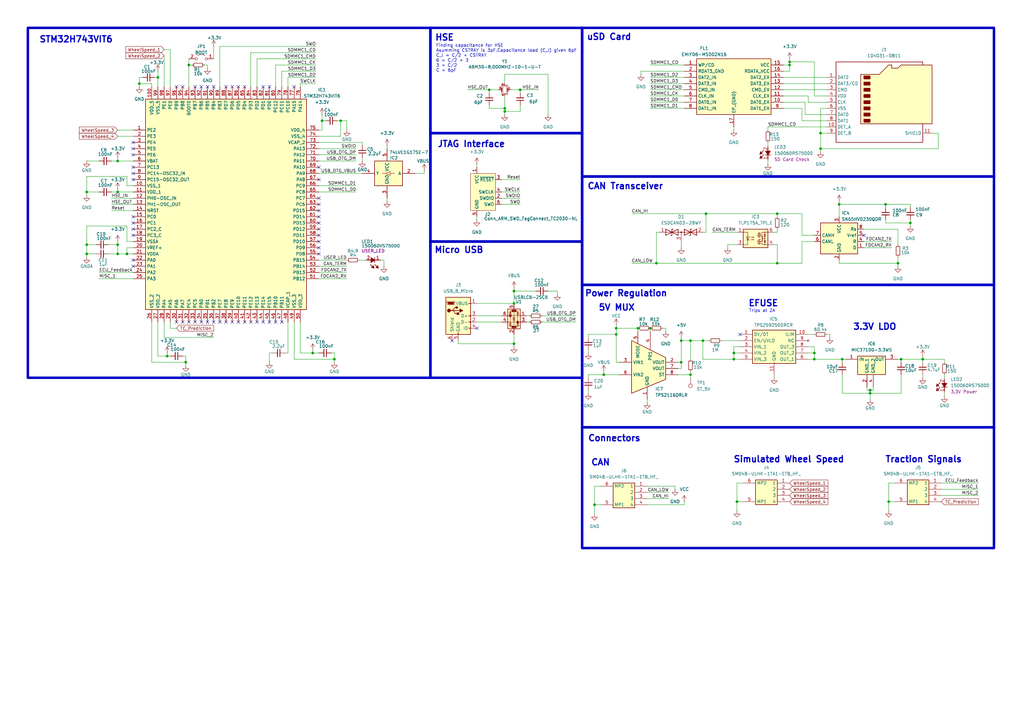
<source format=kicad_sch>
(kicad_sch (version 20250114) (generator "eeschema") (generator_version "9.0")
  (paper "A3")
  (title_block (title "SDM26 Nondimensional Traction Controll Module") (rev "V1.0"))
  (rectangle (start 176.53 54.61) (end 238.76 99.06) (stroke (width 1.016)))
  (rectangle (start 176.53 99.06) (end 238.76 154.94) (stroke (width 1.016)))
  (rectangle (start 11.43 11.43) (end 176.53 154.94) (stroke (width 1.016)))
  (rectangle (start 238.76 72.39) (end 407.67 116.84) (stroke (width 1.016)))
  (rectangle (start 238.76 11.43) (end 407.67 72.39) (stroke (width 1.016)))
  (rectangle (start 238.76 116.84) (end 407.67 175.26) (stroke (width 1.016)))
  (rectangle (start 238.76 175.26) (end 407.67 224.79) (stroke (width 1.016)))
  (rectangle (start 176.53 11.43) (end 238.76 54.61) (stroke (width 1.016)))
  (text "HSE" (at 178.308 17.018 0) (effects (font (size 2.54 2.54) (thickness 0.512) (bold yes)) (justify left bottom)))
  (text "Power Regulation" (at 239.776 121.92 0) (effects (font (size 2.54 2.54) (thickness 0.512) (bold yes)) (justify left bottom)))
  (text "Traction Signals" (at 362.966 189.992 0) (effects (font (size 2.54 2.54) (thickness 0.512) (bold yes)) (justify left bottom)))
  (text "EFUSE" (at 306.832 125.984 0) (effects (font (size 2.54 2.54) (thickness 0.512) (bold yes)) (justify left bottom)))
  (text "Simulated Wheel Speed" (at 300.736 189.992 0) (effects (font (size 2.54 2.54) (thickness 0.512) (bold yes)) (justify left bottom)))
  (text "STM32H743VIT6" (at 16.002 17.78 0) (effects (font (size 2.54 2.54) (thickness 0.512) (bold yes)) (justify left bottom)))
  (text "uSD Card" (at 240.538 16.764 0) (effects (font (size 2.54 2.54) (thickness 0.512) (bold yes)) (justify left bottom)))
  (text "CAN" (at 242.316 191.262 0) (effects (font (size 2.54 2.54) (thickness 0.512) (bold yes)) (justify left bottom)))
  (text "Trips at 2A" (at 318.008 128.27 0) (effects (font (size 1.27 1.27)) (justify right bottom)))
  (text "CAN Transceiver" (at 240.792 77.978 0) (effects (font (size 2.54 2.54) (thickness 0.512) (bold yes)) (justify left bottom)))
  (text "JTAG Interface" (at 179.324 60.706 0) (effects (font (size 2.54 2.54) (thickness 0.512) (bold yes)) (justify left bottom)))
  (text "3.3V LDO" (at 349.758 135.636 0) (effects (font (size 2.54 2.54) (thickness 0.512) (bold yes)) (justify left bottom)))
  (text "5V MUX" (at 245.364 127.762 0) (effects (font (size 2.54 2.54) (thickness 0.512) (bold yes)) (justify left bottom)))
  (text "Finding capacitance for HSE \nAsumming CSTRAY is 3pF,Capacitance load (C_l) given 6pF\nC_l = C/2 + CSTRAY\n6 = C/2 + 3\n3 = C/2\nC = 6pF" (at 178.816 18.034 0) (effects (font (size 1.27 1.27)) (justify left top)))
  (text "Connectors" (at 241.046 181.356 0) (effects (font (size 2.54 2.54) (thickness 0.512) (bold yes)) (justify left bottom)))
  (text "Micro USB" (at 178.054 104.14 0) (effects (font (size 2.54 2.54) (thickness 0.512) (bold yes)) (justify left bottom)))
  (junction (at 132.08 49.53))
  (junction (at 137.16 147.32))
  (junction (at 356.87 160.02))
  (junction (at 64.77 31.75))
  (junction (at 300.99 144.78))
  (junction (at 368.3 107.95))
  (junction (at 364.49 205.74))
  (junction (at 369.57 147.32))
  (junction (at 279.4 148.59))
  (junction (at 336.55 60.96))
  (junction (at 345.44 147.32))
  (junction (at 213.36 36.83))
  (junction (at 76.2 148.59))
  (junction (at 139.7 49.53))
  (junction (at 77.47 26.67))
  (junction (at 128.27 144.78))
  (junction (at 35.56 78.74))
  (junction (at 283.21 139.7))
  (junction (at 48.26 66.04))
  (junction (at 252.73 137.16))
  (junction (at 57.15 34.29))
  (junction (at 302.26 205.74))
  (junction (at 334.01 144.78))
  (junction (at 35.56 100.33))
  (junction (at 48.26 78.74))
  (junction (at 373.38 91.44))
  (junction (at 252.73 134.62))
  (junction (at 207.01 45.72))
  (junction (at 318.77 107.95))
  (junction (at 300.99 147.32))
  (junction (at 344.17 83.82))
  (junction (at 68.58 146.05))
  (junction (at 318.77 87.63))
  (junction (at 334.01 147.32))
  (junction (at 200.66 36.83))
  (junction (at 279.4 139.7))
  (junction (at 289.56 87.63))
  (junction (at 35.56 104.14))
  (junction (at 269.24 107.95))
  (junction (at 247.65 153.67))
  (junction (at 210.82 124.46))
  (junction (at 266.7 134.62))
  (junction (at 283.21 153.67))
  (junction (at 210.82 119.38))
  (junction (at 48.26 104.14))
  (junction (at 52.07 104.14))
  (junction (at 48.26 100.33))
  (junction (at 378.46 147.32))
  (junction (at 336.55 54.61))
  (junction (at 363.22 83.82))
  (junction (at 207.01 44.45))
  (junction (at 356.87 161.29))
  (junction (at 323.85 26.67))
  (junction (at 288.29 139.7))
  (junction (at 210.82 140.97))
  (junction (at 243.84 207.01))
  (junction (at 261.62 134.62))
  (junction (at 323.85 25.4))
  (no_connect (at 92.71 132.08))
  (no_connect (at 87.63 35.56))
  (no_connect (at 130.81 104.14))
  (no_connect (at 54.61 96.52))
  (no_connect (at 100.33 35.56))
  (no_connect (at 130.81 81.28))
  (no_connect (at 130.81 88.9))
  (no_connect (at 54.61 88.9))
  (no_connect (at 130.81 96.52))
  (no_connect (at 72.39 35.56))
  (no_connect (at 54.61 73.66))
  (no_connect (at 54.61 71.12))
  (no_connect (at 110.49 132.08))
  (no_connect (at 100.33 132.08))
  (no_connect (at 102.87 132.08))
  (no_connect (at 54.61 60.96))
  (no_connect (at 130.81 99.06))
  (no_connect (at 303.53 137.16))
  (no_connect (at 110.49 35.56))
  (no_connect (at 54.61 58.42))
  (no_connect (at 85.09 132.08))
  (no_connect (at 82.55 35.56))
  (no_connect (at 130.81 91.44))
  (no_connect (at 354.33 96.52))
  (no_connect (at 87.63 132.08))
  (no_connect (at 54.61 68.58))
  (no_connect (at 130.81 86.36))
  (no_connect (at 130.81 83.82))
  (no_connect (at 95.25 35.56))
  (no_connect (at 130.81 68.58))
  (no_connect (at 92.71 35.56))
  (no_connect (at 120.65 35.56))
  (no_connect (at 115.57 132.08))
  (no_connect (at 105.41 132.08))
  (no_connect (at 82.55 132.08))
  (no_connect (at 97.79 132.08))
  (no_connect (at 54.61 91.44))
  (no_connect (at 195.58 134.62))
  (no_connect (at 130.81 93.98))
  (no_connect (at 130.81 73.66))
  (no_connect (at 54.61 109.22))
  (no_connect (at 185.42 139.7))
  (no_connect (at 95.25 132.08))
  (no_connect (at 74.93 132.08))
  (no_connect (at 130.81 101.6))
  (no_connect (at 113.03 132.08))
  (no_connect (at 85.09 35.56))
  (no_connect (at 80.01 35.56))
  (no_connect (at 74.93 35.56))
  (no_connect (at 97.79 35.56))
  (no_connect (at 107.95 35.56))
  (no_connect (at 54.61 63.5))
  (no_connect (at 80.01 132.08))
  (no_connect (at 72.39 132.08))
  (no_connect (at 90.17 132.08))
  (no_connect (at 77.47 132.08))
  (no_connect (at 54.61 106.68))
  (no_connect (at 107.95 132.08))
  (no_connect (at 54.61 93.98))
  (wire (pts (xy 278.13 153.67) (xy 283.21 153.67)))
  (wire (pts (xy 276.86 199.39) (xy 276.86 200.66)))
  (wire (pts (xy 113.03 26.67) (xy 129.54 26.67)))
  (wire (pts (xy 344.17 107.95) (xy 368.3 107.95)))
  (wire (pts (xy 48.26 100.33) (xy 48.26 104.14)))
  (wire (pts (xy 345.44 147.32) (xy 345.44 148.59)))
  (wire (pts (xy 314.96 52.07) (xy 314.96 53.34)))
  (wire (pts (xy 265.43 207.01) (xy 280.67 207.01)))
  (wire (pts (xy 69.85 134.62) (xy 72.39 134.62)))
  (wire (pts (xy 243.84 199.39) (xy 243.84 207.01)))
  (wire (pts (xy 356.87 161.29) (xy 356.87 163.83)))
  (wire (pts (xy 228.6 119.38) (xy 228.6 120.65)))
  (wire (pts (xy 262.89 29.21) (xy 262.89 30.48)))
  (wire (pts (xy 314.96 66.04) (xy 314.96 67.31)))
  (wire (pts (xy 87.63 138.43) (xy 67.31 138.43)))
  (wire (pts (xy 300.99 142.24) (xy 303.53 142.24)))
  (wire (pts (xy 363.22 83.82) (xy 363.22 85.09)))
  (wire (pts (xy 48.26 104.14) (xy 52.07 104.14)))
  (wire (pts (xy 314.96 52.07) (xy 339.09 52.07)))
  (wire (pts (xy 241.3 160.02) (xy 241.3 161.29)))
  (wire (pts (xy 378.46 147.32) (xy 387.35 147.32)))
  (wire (pts (xy 156.21 106.68) (xy 157.48 106.68)))
  (wire (pts (xy 334.01 39.37) (xy 334.01 25.4)))
  (wire (pts (xy 269.24 107.95) (xy 318.77 107.95)))
  (wire (pts (xy 289.56 87.63) (xy 318.77 87.63)))
  (wire (pts (xy 328.93 87.63) (xy 328.93 96.52)))
  (wire (pts (xy 288.29 139.7) (xy 290.83 139.7)))
  (wire (pts (xy 35.56 104.14) (xy 35.56 105.41)))
  (wire (pts (xy 289.56 87.63) (xy 289.56 95.25)))
  (wire (pts (xy 45.72 66.04) (xy 48.26 66.04)))
  (wire (pts (xy 200.66 36.83) (xy 204.47 36.83)))
  (wire (pts (xy 64.77 146.05) (xy 68.58 146.05)))
  (wire (pts (xy 45.72 86.36) (xy 54.61 86.36)))
  (wire (pts (xy 158.75 59.69) (xy 158.75 60.96)))
  (wire (pts (xy 266.7 36.83) (xy 280.67 36.83)))
  (wire (pts (xy 76.2 148.59) (xy 76.2 149.86)))
  (wire (pts (xy 48.26 53.34) (xy 54.61 53.34)))
  (wire (pts (xy 279.4 139.7) (xy 283.21 139.7)))
  (wire (pts (xy 57.15 31.75) (xy 57.15 34.29)))
  (wire (pts (xy 205.74 78.74) (xy 213.36 78.74)))
  (wire (pts (xy 270.51 95.25) (xy 269.24 95.25)))
  (wire (pts (xy 283.21 139.7) (xy 288.29 139.7)))
  (wire (pts (xy 45.72 78.74) (xy 48.26 78.74)))
  (wire (pts (xy 345.44 161.29) (xy 356.87 161.29)))
  (wire (pts (xy 318.77 87.63) (xy 318.77 88.9)))
  (wire (pts (xy 224.79 30.48) (xy 224.79 46.99)))
  (wire (pts (xy 280.67 207.01) (xy 280.67 205.74)))
  (wire (pts (xy 318.77 107.95) (xy 318.77 100.33)))
  (wire (pts (xy 331.47 144.78) (xy 334.01 144.78)))
  (wire (pts (xy 48.26 55.88) (xy 54.61 55.88)))
  (wire (pts (xy 132.08 49.53) (xy 133.35 49.53)))
  (wire (pts (xy 105.41 24.13) (xy 129.54 24.13)))
  (wire (pts (xy 120.65 132.08) (xy 120.65 147.32)))
  (wire (pts (xy 387.35 154.94) (xy 387.35 153.67)))
  (wire (pts (xy 102.87 21.59) (xy 129.54 21.59)))
  (wire (pts (xy 62.23 148.59) (xy 76.2 148.59)))
  (wire (pts (xy 35.56 92.71) (xy 35.56 100.33)))
  (wire (pts (xy 200.66 43.18) (xy 200.66 44.45)))
  (wire (pts (xy 130.81 58.42) (xy 148.59 58.42)))
  (wire (pts (xy 300.99 52.07) (xy 300.99 53.34)))
  (wire (pts (xy 241.3 137.16) (xy 252.73 137.16)))
  (wire (pts (xy 67.31 22.86) (xy 67.31 35.56)))
  (wire (pts (xy 118.11 35.56) (xy 118.11 31.75)))
  (wire (pts (xy 321.31 36.83) (xy 339.09 36.83)))
  (wire (pts (xy 339.09 44.45) (xy 336.55 44.45)))
  (wire (pts (xy 210.82 119.38) (xy 219.71 119.38)))
  (wire (pts (xy 209.55 36.83) (xy 213.36 36.83)))
  (wire (pts (xy 368.3 105.41) (xy 368.3 107.95)))
  (wire (pts (xy 52.07 99.06) (xy 52.07 92.71)))
  (wire (pts (xy 304.8 198.12) (xy 302.26 198.12)))
  (wire (pts (xy 54.61 99.06) (xy 52.07 99.06)))
  (wire (pts (xy 62.23 132.08) (xy 62.23 148.59)))
  (wire (pts (xy 207.01 44.45) (xy 207.01 45.72)))
  (wire (pts (xy 259.08 107.95) (xy 269.24 107.95)))
  (wire (pts (xy 69.85 132.08) (xy 69.85 134.62)))
  (wire (pts (xy 52.07 76.2) (xy 52.07 72.39)))
  (wire (pts (xy 130.81 78.74) (xy 146.05 78.74)))
  (wire (pts (xy 130.81 76.2) (xy 146.05 76.2)))
  (wire (pts (xy 334.01 144.78) (xy 334.01 147.32)))
  (wire (pts (xy 207.01 30.48) (xy 224.79 30.48)))
  (wire (pts (xy 123.19 35.56) (xy 123.19 34.29)))
  (wire (pts (xy 48.26 66.04) (xy 48.26 64.77)))
  (wire (pts (xy 130.81 111.76) (xy 142.24 111.76)))
  (wire (pts (xy 378.46 153.67) (xy 378.46 154.94)))
  (wire (pts (xy 386.08 198.12) (xy 401.32 198.12)))
  (wire (pts (xy 137.16 148.59) (xy 137.16 147.32)))
  (wire (pts (xy 386.08 200.66) (xy 401.32 200.66)))
  (wire (pts (xy 35.56 78.74) (xy 35.56 80.01)))
  (wire (pts (xy 278.13 151.13) (xy 279.4 151.13)))
  (wire (pts (xy 187.96 140.97) (xy 210.82 140.97)))
  (wire (pts (xy 187.96 139.7) (xy 187.96 140.97)))
  (wire (pts (xy 266.7 31.75) (xy 280.67 31.75)))
  (wire (pts (xy 283.21 139.7) (xy 283.21 147.32)))
  (wire (pts (xy 210.82 124.46) (xy 210.82 119.38)))
  (wire (pts (xy 137.16 147.32) (xy 120.65 147.32)))
  (wire (pts (xy 207.01 45.72) (xy 213.36 45.72)))
  (wire (pts (xy 139.7 49.53) (xy 142.24 49.53)))
  (wire (pts (xy 77.47 26.67) (xy 77.47 35.56)))
  (wire (pts (xy 280.67 29.21) (xy 262.89 29.21)))
  (wire (pts (xy 344.17 83.82) (xy 363.22 83.82)))
  (wire (pts (xy 378.46 147.32) (xy 378.46 148.59)))
  (wire (pts (xy 328.93 44.45) (xy 328.93 49.53)))
  (wire (pts (xy 298.45 101.6) (xy 298.45 100.33)))
  (wire (pts (xy 369.57 147.32) (xy 378.46 147.32)))
  (wire (pts (xy 149.86 106.68) (xy 147.32 106.68)))
  (wire (pts (xy 123.19 132.08) (xy 123.19 144.78)))
  (wire (pts (xy 356.87 160.02) (xy 356.87 161.29)))
  (wire (pts (xy 116.84 144.78) (xy 118.11 144.78)))
  (wire (pts (xy 288.29 95.25) (xy 289.56 95.25)))
  (wire (pts (xy 369.57 147.32) (xy 369.57 148.59)))
  (wire (pts (xy 67.31 138.43) (xy 67.31 132.08)))
  (wire (pts (xy 195.58 124.46) (xy 210.82 124.46)))
  (wire (pts (xy 344.17 82.55) (xy 344.17 83.82)))
  (wire (pts (xy 355.6 158.75) (xy 355.6 160.02)))
  (wire (pts (xy 384.81 54.61) (xy 384.81 60.96)))
  (wire (pts (xy 128.27 144.78) (xy 130.81 144.78)))
  (wire (pts (xy 69.85 35.56) (xy 69.85 20.32)))
  (wire (pts (xy 340.36 137.16) (xy 340.36 138.43)))
  (wire (pts (xy 74.93 146.05) (xy 76.2 146.05)))
  (wire (pts (xy 110.49 144.78) (xy 111.76 144.78)))
  (wire (pts (xy 54.61 76.2) (xy 52.07 76.2)))
  (wire (pts (xy 363.22 91.44) (xy 373.38 91.44)))
  (wire (pts (xy 369.57 153.67) (xy 369.57 161.29)))
  (wire (pts (xy 45.72 83.82) (xy 54.61 83.82)))
  (wire (pts (xy 207.01 45.72) (xy 207.01 46.99)))
  (wire (pts (xy 213.36 38.1) (xy 213.36 36.83)))
  (wire (pts (xy 68.58 146.05) (xy 69.85 146.05)))
  (wire (pts (xy 130.81 60.96) (xy 146.05 60.96)))
  (wire (pts (xy 330.2 46.99) (xy 339.09 46.99)))
  (wire (pts (xy 85.09 26.67) (xy 85.09 27.94)))
  (wire (pts (xy 115.57 29.21) (xy 129.54 29.21)))
  (wire (pts (xy 283.21 154.94) (xy 283.21 153.67)))
  (wire (pts (xy 252.73 134.62) (xy 252.73 137.16)))
  (wire (pts (xy 213.36 43.18) (xy 213.36 45.72)))
  (wire (pts (xy 373.38 90.17) (xy 373.38 91.44)))
  (wire (pts (xy 300.99 144.78) (xy 300.99 142.24)))
  (wire (pts (xy 336.55 54.61) (xy 336.55 60.96)))
  (wire (pts (xy 356.87 160.02) (xy 358.14 160.02)))
  (wire (pts (xy 328.93 99.06) (xy 334.01 99.06)))
  (wire (pts (xy 205.74 83.82) (xy 213.36 83.82)))
  (wire (pts (xy 132.08 46.99) (xy 132.08 49.53)))
  (wire (pts (xy 331.47 142.24) (xy 334.01 142.24)))
  (wire (pts (xy 288.29 139.7) (xy 288.29 147.32)))
  (wire (pts (xy 330.2 41.91) (xy 330.2 46.99)))
  (wire (pts (xy 213.36 36.83) (xy 220.98 36.83)))
  (wire (pts (xy 130.81 71.12) (xy 148.59 71.12)))
  (wire (pts (xy 339.09 137.16) (xy 340.36 137.16)))
  (wire (pts (xy 130.81 114.3) (xy 142.24 114.3)))
  (wire (pts (xy 336.55 44.45) (xy 336.55 54.61)))
  (wire (pts (xy 387.35 147.32) (xy 387.35 148.59)))
  (wire (pts (xy 48.26 77.47) (xy 48.26 78.74)))
  (wire (pts (xy 373.38 83.82) (xy 373.38 85.09)))
  (wire (pts (xy 222.25 132.08) (xy 236.22 132.08)))
  (wire (pts (xy 195.58 67.31) (xy 195.58 68.58)))
  (wire (pts (xy 200.66 44.45) (xy 207.01 44.45)))
  (wire (pts (xy 266.7 41.91) (xy 280.67 41.91)))
  (wire (pts (xy 40.64 78.74) (xy 35.56 78.74)))
  (wire (pts (xy 246.38 199.39) (xy 243.84 199.39)))
  (wire (pts (xy 323.85 25.4) (xy 323.85 24.13)))
  (wire (pts (xy 118.11 31.75) (xy 129.54 31.75)))
  (wire (pts (xy 210.82 140.97) (xy 210.82 137.16)))
  (wire (pts (xy 215.9 132.08) (xy 217.17 132.08)))
  (wire (pts (xy 52.07 101.6) (xy 54.61 101.6)))
  (wire (pts (xy 368.3 93.98) (xy 368.3 100.33)))
  (wire (pts (xy 52.07 72.39) (xy 35.56 72.39)))
  (wire (pts (xy 44.45 100.33) (xy 48.26 100.33)))
  (wire (pts (xy 52.07 92.71) (xy 35.56 92.71)))
  (wire (pts (xy 241.3 143.51) (xy 241.3 144.78)))
  (wire (pts (xy 266.7 39.37) (xy 280.67 39.37)))
  (wire (pts (xy 44.45 104.14) (xy 48.26 104.14)))
  (wire (pts (xy 243.84 207.01) (xy 246.38 207.01)))
  (wire (pts (xy 279.4 148.59) (xy 279.4 151.13)))
  (wire (pts (xy 158.75 81.28) (xy 158.75 82.55)))
  (wire (pts (xy 139.7 49.53) (xy 138.43 49.53)))
  (wire (pts (xy 334.01 25.4) (xy 323.85 25.4)))
  (wire (pts (xy 273.05 134.62) (xy 273.05 135.89)))
  (wire (pts (xy 334.01 142.24) (xy 334.01 144.78)))
  (wire (pts (xy 128.27 143.51) (xy 128.27 144.78)))
  (wire (pts (xy 40.64 114.3) (xy 54.61 114.3)))
  (wire (pts (xy 323.85 26.67) (xy 323.85 25.4)))
  (wire (pts (xy 195.58 132.08) (xy 205.74 132.08)))
  (wire (pts (xy 378.46 146.05) (xy 378.46 147.32)))
  (wire (pts (xy 58.42 31.75) (xy 57.15 31.75)))
  (wire (pts (xy 123.19 34.29) (xy 129.54 34.29)))
  (wire (pts (xy 345.44 153.67) (xy 345.44 161.29)))
  (wire (pts (xy 265.43 201.93) (xy 274.32 201.93)))
  (wire (pts (xy 368.3 147.32) (xy 369.57 147.32)))
  (wire (pts (xy 321.31 34.29) (xy 339.09 34.29)))
  (wire (pts (xy 64.77 29.21) (xy 64.77 31.75)))
  (wire (pts (xy 157.48 106.68) (xy 157.48 109.22)))
  (wire (pts (xy 321.31 31.75) (xy 339.09 31.75)))
  (wire (pts (xy 356.87 161.29) (xy 369.57 161.29)))
  (wire (pts (xy 45.72 81.28) (xy 54.61 81.28)))
  (wire (pts (xy 137.16 144.78) (xy 137.16 147.32)))
  (wire (pts (xy 52.07 101.6) (xy 52.07 104.14)))
  (wire (pts (xy 247.65 153.67) (xy 241.3 153.67)))
  (wire (pts (xy 87.63 19.05) (xy 87.63 24.13)))
  (wire (pts (xy 344.17 106.68) (xy 344.17 107.95)))
  (wire (pts (xy 321.31 44.45) (xy 328.93 44.45)))
  (wire (pts (xy 300.99 144.78) (xy 303.53 144.78)))
  (wire (pts (xy 300.99 147.32) (xy 300.99 144.78)))
  (wire (pts (xy 261.62 134.62) (xy 261.62 135.89)))
  (wire (pts (xy 77.47 26.67) (xy 78.74 26.67)))
  (wire (pts (xy 113.03 35.56) (xy 113.03 26.67)))
  (wire (pts (xy 321.31 39.37) (xy 331.47 39.37)))
  (wire (pts (xy 318.77 93.98) (xy 318.77 95.25)))
  (wire (pts (xy 318.77 87.63) (xy 328.93 87.63)))
  (wire (pts (xy 207.01 39.37) (xy 207.01 44.45)))
  (wire (pts (xy 354.33 99.06) (xy 365.76 99.06)))
  (wire (pts (xy 318.77 100.33) (xy 317.5 100.33)))
  (wire (pts (xy 62.23 35.56) (xy 62.23 34.29)))
  (wire (pts (xy 170.18 71.12) (xy 173.99 71.12)))
  (wire (pts (xy 110.49 144.78) (xy 110.49 148.59)))
  (wire (pts (xy 318.77 95.25) (xy 317.5 95.25)))
  (wire (pts (xy 67.31 20.32) (xy 69.85 20.32)))
  (wire (pts (xy 288.29 147.32) (xy 300.99 147.32)))
  (wire (pts (xy 142.24 49.53) (xy 142.24 53.34)))
  (wire (pts (xy 173.99 71.12) (xy 173.99 69.85)))
  (wire (pts (xy 83.82 26.67) (xy 85.09 26.67)))
  (wire (pts (xy 266.7 44.45) (xy 280.67 44.45)))
  (wire (pts (xy 132.08 53.34) (xy 130.81 53.34)))
  (wire (pts (xy 118.11 132.08) (xy 118.11 144.78)))
  (wire (pts (xy 302.26 205.74) (xy 304.8 205.74)))
  (wire (pts (xy 48.26 66.04) (xy 54.61 66.04)))
  (wire (pts (xy 148.59 66.04) (xy 148.59 64.77)))
  (wire (pts (xy 252.73 134.62) (xy 261.62 134.62)))
  (wire (pts (xy 323.85 29.21) (xy 323.85 26.67)))
  (wire (pts (xy 90.17 19.05) (xy 129.54 19.05)))
  (wire (pts (xy 279.4 139.7) (xy 279.4 148.59)))
  (wire (pts (xy 328.93 107.95) (xy 328.93 99.06)))
  (wire (pts (xy 195.58 88.9) (xy 195.58 90.17)))
  (wire (pts (xy 336.55 62.23) (xy 336.55 60.96)))
  (wire (pts (xy 35.56 100.33) (xy 39.37 100.33)))
  (wire (pts (xy 355.6 160.02) (xy 356.87 160.02)))
  (wire (pts (xy 344.17 83.82) (xy 344.17 88.9)))
  (wire (pts (xy 205.74 73.66) (xy 213.36 73.66)))
  (wire (pts (xy 317.5 153.67) (xy 317.5 154.94)))
  (wire (pts (xy 247.65 153.67) (xy 254 153.67)))
  (wire (pts (xy 205.74 81.28) (xy 213.36 81.28)))
  (wire (pts (xy 269.24 95.25) (xy 269.24 107.95)))
  (wire (pts (xy 384.81 60.96) (xy 336.55 60.96)))
  (wire (pts (xy 363.22 83.82) (xy 373.38 83.82)))
  (wire (pts (xy 77.47 24.13) (xy 77.47 26.67)))
  (wire (pts (xy 64.77 31.75) (xy 63.5 31.75)))
  (wire (pts (xy 345.44 147.32) (xy 346.71 147.32)))
  (wire (pts (xy 367.03 198.12) (xy 364.49 198.12)))
  (wire (pts (xy 382.27 54.61) (xy 384.81 54.61)))
  (wire (pts (xy 241.3 153.67) (xy 241.3 154.94)))
  (wire (pts (xy 336.55 54.61) (xy 339.09 54.61)))
  (wire (pts (xy 331.47 137.16) (xy 334.01 137.16)))
  (wire (pts (xy 339.09 39.37) (xy 334.01 39.37)))
  (wire (pts (xy 191.77 36.83) (xy 200.66 36.83)))
  (wire (pts (xy 48.26 78.74) (xy 54.61 78.74)))
  (wire (pts (xy 259.08 87.63) (xy 289.56 87.63)))
  (wire (pts (xy 90.17 35.56) (xy 90.17 19.05)))
  (wire (pts (xy 387.35 162.56) (xy 387.35 161.29)))
  (wire (pts (xy 354.33 93.98) (xy 368.3 93.98)))
  (wire (pts (xy 40.64 66.04) (xy 35.56 66.04)))
  (wire (pts (xy 321.31 41.91) (xy 330.2 41.91)))
  (wire (pts (xy 302.26 198.12) (xy 302.26 205.74)))
  (wire (pts (xy 298.45 100.33) (xy 302.26 100.33)))
  (wire (pts (xy 130.81 55.88) (xy 139.7 55.88)))
  (wire (pts (xy 252.73 133.35) (xy 252.73 134.62)))
  (wire (pts (xy 292.1 95.25) (xy 302.26 95.25)))
  (wire (pts (xy 321.31 26.67) (xy 323.85 26.67)))
  (wire (pts (xy 64.77 31.75) (xy 64.77 35.56)))
  (wire (pts (xy 334.01 147.32) (xy 331.47 147.32)))
  (wire (pts (xy 318.77 107.95) (xy 328.93 107.95)))
  (wire (pts (xy 210.82 140.97) (xy 210.82 142.24)))
  (wire (pts (xy 215.9 129.54) (xy 217.17 129.54)))
  (wire (pts (xy 35.56 104.14) (xy 39.37 104.14)))
  (wire (pts (xy 130.81 109.22) (xy 142.24 109.22)))
  (wire (pts (xy 279.4 138.43) (xy 279.4 139.7)))
  (wire (pts (xy 52.07 104.14) (xy 54.61 104.14)))
  (wire (pts (xy 48.26 99.06) (xy 48.26 100.33)))
  (wire (pts (xy 386.08 203.2) (xy 401.32 203.2)))
  (wire (pts (xy 271.78 134.62) (xy 273.05 134.62)))
  (wire (pts (xy 266.7 26.67) (xy 280.67 26.67)))
  (wire (pts (xy 207.01 30.48) (xy 207.01 34.29)))
  (wire (pts (xy 64.77 146.05) (xy 64.77 132.08)))
  (wire (pts (xy 76.2 146.05) (xy 76.2 148.59)))
  (wire (pts (xy 123.19 144.78) (xy 128.27 144.78)))
  (wire (pts (xy 68.58 144.78) (xy 68.58 146.05)))
  (wire (pts (xy 102.87 35.56) (xy 102.87 21.59)))
  (wire (pts (xy 130.81 106.68) (xy 142.24 106.68)))
  (wire (pts (xy 368.3 107.95) (xy 368.3 109.22)))
  (wire (pts (xy 241.3 137.16) (xy 241.3 138.43)))
  (wire (pts (xy 279.4 99.06) (xy 279.4 101.6)))
  (wire (pts (xy 266.7 134.62) (xy 266.7 135.89)))
  (wire (pts (xy 115.57 35.56) (xy 115.57 29.21)))
  (wire (pts (xy 266.7 34.29) (xy 280.67 34.29)))
  (wire (pts (xy 328.93 49.53) (xy 339.09 49.53)))
  (wire (pts (xy 331.47 41.91) (xy 339.09 41.91)))
  (wire (pts (xy 265.43 199.39) (xy 276.86 199.39)))
  (wire (pts (xy 364.49 205.74) (xy 367.03 205.74)))
  (wire (pts (xy 57.15 34.29) (xy 57.15 35.56)))
  (wire (pts (xy 222.25 129.54) (xy 236.22 129.54)))
  (wire (pts (xy 364.49 205.74) (xy 364.49 209.55)))
  (wire (pts (xy 363.22 90.17) (xy 363.22 91.44)))
  (wire (pts (xy 321.31 29.21) (xy 323.85 29.21)))
  (wire (pts (xy 334.01 147.32) (xy 345.44 147.32)))
  (wire (pts (xy 358.14 158.75) (xy 358.14 160.02)))
  (wire (pts (xy 130.81 66.04) (xy 146.05 66.04)))
  (wire (pts (xy 295.91 139.7) (xy 303.53 139.7)))
  (wire (pts (xy 139.7 49.53) (xy 139.7 55.88)))
  (wire (pts (xy 200.66 38.1) (xy 200.66 36.83)))
  (wire (pts (xy 148.59 58.42) (xy 148.59 59.69)))
  (wire (pts (xy 328.93 96.52) (xy 334.01 96.52)))
  (wire (pts (xy 364.49 198.12) (xy 364.49 205.74)))
  (wire (pts (xy 354.33 101.6) (xy 365.76 101.6)))
  (wire (pts (xy 40.64 111.76) (xy 54.61 111.76)))
  (wire (pts (xy 283.21 153.67) (xy 283.21 152.4)))
  (wire (pts (xy 105.41 35.56) (xy 105.41 24.13)))
  (wire (pts (xy 243.84 207.01) (xy 243.84 210.82)))
  (wire (pts (xy 210.82 118.11) (xy 210.82 119.38)))
  (wire (pts (xy 314.96 58.42) (xy 314.96 59.69)))
  (wire (pts (xy 132.08 53.34) (xy 132.08 49.53)))
  (wire (pts (xy 373.38 92.71) (xy 373.38 91.44)))
  (wire (pts (xy 265.43 163.83) (xy 265.43 165.1)))
  (wire (pts (xy 302.26 205.74) (xy 302.26 209.55)))
  (wire (pts (xy 135.89 144.78) (xy 137.16 144.78)))
  (wire (pts (xy 265.43 204.47) (xy 274.32 204.47)))
  (wire (pts (xy 35.56 72.39) (xy 35.56 78.74)))
  (wire (pts (xy 252.73 148.59) (xy 254 148.59)))
  (wire (pts (xy 195.58 129.54) (xy 205.74 129.54)))
  (wire (pts (xy 224.79 119.38) (xy 228.6 119.38)))
  (wire (pts (xy 130.81 63.5) (xy 146.05 63.5)))
  (wire (pts (xy 331.47 39.37) (xy 331.47 41.91)))
  (wire (pts (xy 35.56 100.33) (xy 35.56 104.14)))
  (wire (pts (xy 57.15 34.29) (xy 62.23 34.29)))
  (wire (pts (xy 278.13 148.59) (xy 279.4 148.59)))
  (wire (pts (xy 252.73 137.16) (xy 252.73 148.59)))
  (wire (pts (xy 247.65 152.4) (xy 247.65 153.67)))
  (wire (pts (xy 300.99 147.32) (xy 303.53 147.32)))
  (label "SDMMC1_D2" (at 129.54 31.75 180))
  (label "Reset" (at 45.72 86.36 0))
  (label "HSE_OUT" (at 45.72 83.82 0))
  (label "SDMMC1_D1" (at 146.05 76.2 180))
  (label "USB_OTG_DP" (at 236.22 129.54 180))
  (label "HSE_IN" (at 45.72 81.28 0))
  (label "HSE_OUT" (at 191.77 36.83 0))
  (label "SWDIO" (at 146.05 60.96 180))
  (label "FDCAN2_TX" (at 365.76 99.06 180))
  (label "SDMMC1_D3" (at 129.54 29.21 180))
  (label "CAN_LOW" (at 259.08 107.95 0))
  (label "USB_OTG_DM" (at 236.22 132.08 180))
  (label "FDCAN2_RX" (at 365.76 101.6 180))
  (label "SDMMC1_D3" (at 266.7 34.29 0))
  (label "SDMMC1_CK" (at 129.54 26.67 180))
  (label "USB_OTG_VBUS" (at 146.05 71.12 180))
  (label "MISC_2" (at 87.63 138.43 180))
  (label "USB_OTG_DP" (at 146.05 63.5 180))
  (label "SWCLK" (at 213.36 78.74 180))
  (label "SDMMC1_CMD" (at 129.54 24.13 180))
  (label "ECU_Feedback" (at 40.64 111.76 0))
  (label "SWO" (at 129.54 19.05 180))
  (label "CAN_HI" (at 274.32 204.47 180))
  (label "SDMMC1_CK" (at 266.7 39.37 0))
  (label "MISC_1" (at 401.32 200.66 180))
  (label "SWCLK" (at 129.54 34.29 180))
  (label "CAN_HI" (at 259.08 87.63 0))
  (label "FDCAN2_RX" (at 142.24 114.3 180))
  (label "CAN_TERM" (at 292.1 95.25 0))
  (label "Reset" (at 213.36 73.66 180))
  (label "SWDIO" (at 213.36 81.28 180))
  (label "CAN_LOW" (at 274.32 201.93 180))
  (label "HSE_IN" (at 220.98 36.83 180))
  (label "ECU_Feedback" (at 401.32 198.12 180))
  (label "FDCAN2_TX" (at 142.24 111.76 180))
  (label "USB_OTG_DM" (at 146.05 66.04 180))
  (label "SDMMC1_D0" (at 146.05 78.74 180))
  (label "SDMMC1_CMD" (at 266.7 36.83 0))
  (label "CAN_TERM" (at 142.24 109.22 180))
  (label "SDMMC1_CD" (at 314.96 52.07 0))
  (label "SDMMC1_D0" (at 266.7 41.91 0))
  (label "MISC_1" (at 40.64 114.3 0))
  (label "SDMMC1_CD" (at 129.54 21.59 180))
  (label "SDMMC1_D2" (at 266.7 31.75 0))
  (label "SDMMC1_D1" (at 266.7 44.45 0))
  (label "SWO" (at 213.36 83.82 180))
  (label "SDMMC1_CD" (at 266.7 26.67 0))
  (label "USER_LED" (at 142.24 106.68 180))
  (label "MISC_2" (at 401.32 203.2 180))
  (global_label "WheelSpeed_2" (shape input) (at 67.31 22.86 180) (property "Intersheetrefs" "${INTERSHEET_REFS}" (effects (hide yes))))
  (global_label "WheelSpeed_1" (shape input) (at 67.31 20.32 180) (property "Intersheetrefs" "${INTERSHEET_REFS}" (effects (hide yes))))
  (global_label "TC_Prediction" (shape input) (at 386.08 205.74 0) (property "Intersheetrefs" "${INTERSHEET_REFS}" (effects (hide yes))))
  (global_label "WheelSpeed_2" (shape input) (at 323.85 200.66 0) (property "Intersheetrefs" "${INTERSHEET_REFS}" (effects (hide yes))))
  (global_label "WheelSpeed_1" (shape input) (at 323.85 198.12 0) (property "Intersheetrefs" "${INTERSHEET_REFS}" (effects (hide yes))))
  (global_label "WheelSpeed_3" (shape input) (at 48.26 53.34 180) (property "Intersheetrefs" "${INTERSHEET_REFS}" (effects (hide yes))))
  (global_label "WheelSpeed_4" (shape input) (at 323.85 205.74 0) (property "Intersheetrefs" "${INTERSHEET_REFS}" (effects (hide yes))))
  (global_label "WheelSpeed_4" (shape input) (at 48.26 55.88 180) (property "Intersheetrefs" "${INTERSHEET_REFS}" (effects (hide yes))))
  (global_label "WheelSpeed_3" (shape input) (at 323.85 203.2 0) (property "Intersheetrefs" "${INTERSHEET_REFS}" (effects (hide yes))))
  (global_label "TC_Prediction" (shape input) (at 72.39 134.62 0) (property "Intersheetrefs" "${INTERSHEET_REFS}" (effects (hide yes))))
  (symbol (lib_id "power:GND") (at 387.35 162.56 0) (unit 1)
    (property "Reference" "#PWR049" (effects (hide yes)))
    (property "Value" "GND" (at 387.35 166.37 0))
    (property "Description" "Power symbol creates a global label with name \"GND\" , ground" (effects (hide yes)))
  )
  (symbol (lib_id "power:GND") (at 340.36 138.43 0) (unit 1)
    (property "Reference" "#PWR036" (effects (hide yes)))
    (property "Value" "GND" (at 340.36 143.51 0))
    (property "Description" "Power symbol creates a global label with name \"GND\" , ground" (effects (hide yes)))
  )
  (symbol (lib_id "power:GND") (at 224.79 46.99 0) (unit 1)
    (property "Reference" "#PWR09" (effects (hide yes)))
    (property "Value" "GND" (at 224.79 52.07 0))
    (property "Description" "Power symbol creates a global label with name \"GND\" , ground" (effects (hide yes)))
  )
  (symbol (lib_id "Device:C_Small") (at 135.89 49.53 270) (unit 1)
    (property "Reference" "C4" (at 135.636 45.212 90) (effects (justify right)))
    (property "Value" "100nF" (at 138.938 46.99 90) (effects (justify right)))
    (property "Footprint" "Capacitor_SMD:C_0603_1608Metric" (effects (hide yes)))
  )
  (symbol (lib_id "SDM_VOLTAGE_REGULATORS:MIC37100-3.3WS") (at 346.71 148.59 0) (unit 1)
    (property "Reference" "IC6" (at 357.505 140.97 0))
    (property "Value" "MIC37100-3.3WS" (at 357.505 143.51 0))
    (property "Footprint" "SDM_MiscFootprint:SOT230P700X180-4N" (effects (hide yes)))
    (property "Datasheet" "https://datasheet.datasheetarchive.com/originals/dk/DKDS-15/281099.pdf" (effects (hide yes)))
    (property "Description" "LDO Voltage Regulators 1.0A Low Voltage uCap LDO Regulator" (effects (hide yes)))
    (property "Height" "1.8" (effects (hide yes)))
    (property "Mouser Part Number" "998-MIC37100-3.3WS" (effects (hide yes)))
    (property "Mouser Price/Stock" "https://www.mouser.co.uk/ProductDetail/Microchip-Technology/MIC37100-3.3WS?qs=kh6iOki%2FeLGN%252BjivEzt6Eg%3D%3D" (effects (hide yes)))
    (property "Manufacturer_Name" "Microchip" (effects (hide yes)))
    (property "Manufacturer_Part_Number" "MIC37100-3.3WS" (effects (hide yes)))
  )
  (symbol (lib_id "Device:R_Small") (at 336.55 137.16 270) (unit 1)
    (property "Reference" "R8" (at 336.55 133.35 90))
    (property "Value" "60.4k" (at 336.55 135.128 90))
    (property "Footprint" "Resistor_SMD:R_0603_1608Metric" (effects (hide yes)))
  )
  (symbol (lib_id "power:GND") (at 35.56 80.01 0) (unit 1)
    (property "Reference" "#PWR020" (effects (hide yes)))
    (property "Value" "GND" (at 35.56 85.09 0))
    (property "Description" "Power symbol creates a global label with name \"GND\" , ground" (effects (hide yes)))
  )
  (symbol (lib_id "Device:C_Small") (at 241.3 140.97 180) (unit 1)
    (property "Reference" "C13" (at 246.888 139.954 0) (effects (justify left)))
    (property "Value" "1uF" (at 246.888 141.732 0) (effects (justify left)))
    (property "Footprint" "Capacitor_SMD:C_0603_1608Metric" (effects (hide yes)))
  )
  (symbol (lib_id "power:+3.3V") (at 128.27 143.51 0) (unit 1)
    (property "Reference" "#PWR039" (effects (hide yes)))
    (property "Value" "+3.3V" (at 128.27 138.43 0))
    (property "Description" "Power symbol creates a global label with name \"+3.3V\"" (effects (hide yes)))
  )
  (symbol (lib_id "SDM_CONNECTOR:SM04B-ULHK-1TA1-ETB_HF_") (at 386.08 205.74 180) (unit 1)
    (property "Reference" "J5" (at 376.555 191.77 0))
    (property "Value" "SM04B-ULHK-1TA1-ETB_HF_" (at 376.555 194.31 0))
    (property "Footprint" "SDM_MiscFootprint:SM04BULHK1TA1ETBHF" (effects (hide yes)))
    (property "Datasheet" "https://www.jst-mfg.com/product/pdf/eng/eULH.pdf?65dd9a2fd1056" (effects (hide yes)))
    (property "Description" "Automotive Connectors 4P ULH Series 0.50 SMT Side Entry Header Key 1 Tin Black" (effects (hide yes)))
    (property "Height" "3.5" (effects (hide yes)))
    (property "Mouser Part Number" "306-SM4BULH1TA1ETBHF" (effects (hide yes)))
    (property "Mouser Price/Stock" "https://www.mouser.co.uk/ProductDetail/JST-Automotive/SM04B-ULHK-1TA1-ETBHF?qs=T%252BzbugeAwjhMN2sH8j2Cng%3D%3D" (effects (hide yes)))
    (property "Manufacturer_Name" "JST (JAPAN SOLDERLESS TERMINALS)" (effects (hide yes)))
    (property "Manufacturer_Part_Number" "SM04B-ULHK-1TA1-ETB(HF)" (effects (hide yes)))
  )
  (symbol (lib_id "Device:C_Small") (at 43.18 66.04 270) (unit 1)
    (property "Reference" "C6" (at 43.942 61.468 90) (effects (justify right)))
    (property "Value" "100nF" (at 46.2473 63.246 90) (effects (justify right)))
    (property "Footprint" "Capacitor_SMD:C_0603_1608Metric" (effects (hide yes)))
  )
  (symbol (lib_id "power:GND") (at 262.89 30.48 0) (unit 1)
    (property "Reference" "#PWR05" (effects (hide yes)))
    (property "Value" "GND" (at 262.89 35.56 0))
    (property "Description" "Power symbol creates a global label with name \"GND\" , ground" (effects (hide yes)))
  )
  (symbol (lib_name "ABM3B-8.000MHZ-10-1-U-T_1") (lib_id "SDM_CRYSTAL_HSE:ABM3B-8.000MHZ-10-1-U-T") (at 207.01 36.83 180) (unit 1)
    (property "Reference" "Y1" (at 207.01 25.146 0))
    (property "Value" "ABM3B-8.000MHZ-10-1-U-T" (at 207.01 27.432 0))
    (property "Footprint" "SDM_MiscFootprint:ABM3B" (effects (hide yes)))
    (property "Datasheet" "https://abracon.com/Resonators/abm3b.pdf" (effects (hide yes)))
    (property "Description" "8 MHz +/-10ppm Crystal 10pF 200 Ohms 4-SMD, No Lead" (effects (hide yes)))
    (property "Height" "1.1" (effects (hide yes)))
    (property "Mouser Part Number" "815-ABM3B8MHZ101UT" (effects (hide yes)))
    (property "Mouser Price/Stock" "https://www.mouser.co.uk/ProductDetail/ABRACON/ABM3B-8.000MHZ-10-1-U-T?qs=axzvp2Rdp5%252B1td01iPkwcw%3D%3D" (effects (hide yes)))
    (property "Manufacturer_Name" "ABRACON" (effects (hide yes)))
    (property "Manufacturer_Part_Number" "ABM3B-8.000MHZ-10-1-U-T" (effects (hide yes)))
  )
  (symbol (lib_id "power:GND") (at 57.15 35.56 0) (unit 1)
    (property "Reference" "#PWR06" (effects (hide yes)))
    (property "Value" "GND" (at 57.15 40.64 0))
    (property "Description" "Power symbol creates a global label with name \"GND\" , ground" (effects (hide yes)))
  )
  (symbol (lib_id "SDM_LED:150060VS75000") (at 153.67 106.68 180) (unit 1)
    (property "Reference" "LED1" (at 150.622 99.06 0))
    (property "Value" "150060VS75000" (at 156.21 100.838 0))
    (property "Footprint" "SDM_MiscFootprint:LEDC1608X80N" (effects (hide yes)))
    (property "Datasheet" "https://componentsearchengine.com/Datasheets/2/150060VS75000.pdf" (effects (hide yes)))
    (property "Description" "2.4 V Green LED 1608 (0603) SMD, Wurth Elektronik WL-SMCW 150060VS75000" (effects (hide yes)))
    (property "Measure" "USER_LED" (at 153.035 102.87 0))
    (property "Height" "0.8" (effects (hide yes)))
    (property "Mouser Part Number" "710-150060VS75000" (effects (hide yes)))
    (property "Mouser Price/Stock" "https://www.mouser.co.uk/ProductDetail/Wurth-Elektronik/150060VS75000?qs=LlUlMxKIyB1Q1Bi5mQ%2FKLw%3D%3D" (effects (hide yes)))
    (property "Manufacturer_Name" "Wurth Elektronik" (effects (hide yes)))
    (property "Manufacturer_Part_Number" "150060VS75000" (effects (hide yes)))
  )
  (symbol (lib_id "SDM_USD:104031-0811") (at 359.41 40.64 0) (unit 1)
    (property "Reference" "J1" (at 362.585 20.32 0))
    (property "Value" "104031-0811" (at 362.585 22.86 0))
    (property "Footprint" "SDM_MiscFootprint:1040310811" (effects (hide yes)))
    (property "Datasheet" "http://www.molex.com/webdocs/datasheets/pdf/en-us/1040310811_MEMORY_CARD_SOCKET.pdf" (effects (hide yes)))
    (property "Description" "microSD 1.10mm SMT push-pull memory card microSD 1.10mm SMT push-pull memory card" (effects (hide yes)))
    (property "Height" "1.42" (effects (hide yes)))
    (property "Mouser Part Number" "538-104031-0811" (effects (hide yes)))
    (property "Mouser Price/Stock" "https://www.mouser.co.uk/ProductDetail/Molex/104031-0811?qs=udsGRKD4nA3Tvy7wqky%252BuA%3D%3D" (effects (hide yes)))
    (property "Manufacturer_Name" "Molex" (effects (hide yes)))
    (property "Manufacturer_Part_Number" "104031-0811" (effects (hide yes)))
  )
  (symbol (lib_id "SDM_MICRO_CONTROLLER:STM32H743VIT6") (at 54.61 53.34 0) (unit 1)
    (property "Reference" "IC1" (at 132.08 36.83 0))
    (property "Value" "STM32H743VIT6" (at 132.08 39.37 0))
    (property "Footprint" "SDM_MiscFootprint:QFP50P1600X1600X160-100L" (effects (hide yes)))
    (property "Datasheet" "https://www.st.com/resource/en/datasheet/stm32h743vi.pdf" (effects (hide yes)))
    (property "Description" "ARM Microcontrollers - MCU High-performance and DSP with DP-FPU, ARM Cortex-M7 MCU with 2MBytes Flash, 1MB RAM, 400 MHz CPU, Art Accelerator, L1 cache, external memory interface, large set of peripherals" (effects (hide yes)))
    (property "Height" "1.6" (effects (hide yes)))
    (property "Mouser Part Number" "511-STM32H743VIT6" (effects (hide yes)))
    (property "Mouser Price/Stock" "https://www.mouser.co.uk/ProductDetail/STMicroelectronics/STM32H743VIT6?qs=FNcb6ahWXRw0Me5k2ZHgWw%3D%3D" (effects (hide yes)))
    (property "Manufacturer_Name" "STMicroelectronics" (effects (hide yes)))
    (property "Manufacturer_Part_Number" "STM32H743VIT6" (effects (hide yes)))
  )
  (symbol (lib_id "power:GND") (at 210.82 142.24 0) (unit 1)
    (property "Reference" "#PWR037" (effects (hide yes)))
    (property "Value" "GND" (at 210.82 147.32 0))
    (property "Description" "Power symbol creates a global label with name \"GND\" , ground" (effects (hide yes)))
  )
  (symbol (lib_id "power:GND") (at 265.43 165.1 0) (unit 1)
    (property "Reference" "#PWR051" (effects (hide yes)))
    (property "Value" "GND" (at 265.43 168.91 0))
    (property "Description" "Power symbol creates a global label with name \"GND\" , ground" (effects (hide yes)))
  )
  (symbol (lib_id "SDM_LED:150060RS75000") (at 314.96 66.04 90) (unit 1)
    (property "Reference" "LED3" (at 317.5 60.3249 90) (effects (justify right)))
    (property "Value" "150060RS75000" (at 317.5 62.8649 90) (effects (justify right)))
    (property "Footprint" "SDM_MiscFootprint:LEDC1608X80N" (effects (hide yes)))
    (property "Datasheet" "https://www.we-online.com/components/products/datasheet/150060RS75000.pdf" (effects (hide yes)))
    (property "Description" "WURTH ELEKTRONIK - 150060RS75000 - LED, 0603, RED, 250MCD, 625NM" (effects (hide yes)))
    (property "Measure" "SD Card Check" (at 317.5 65.4049 90) (effects (justify right)))
    (property "Height" "0.8" (effects (hide yes)))
    (property "Mouser Part Number" "710-150060RS75000" (effects (hide yes)))
    (property "Mouser Price/Stock" "https://www.mouser.co.uk/ProductDetail/Wurth-Elektronik/150060RS75000?qs=LlUlMxKIyB3QnmZ3fw%2FVCA%3D%3D" (effects (hide yes)))
    (property "Manufacturer_Name" "Wurth Elektronik" (effects (hide yes)))
    (property "Manufacturer_Part_Number" "150060RS75000" (effects (hide yes)))
  )
  (symbol (lib_id "power:VBUS") (at 173.99 69.85 0) (unit 1)
    (property "Reference" "#PWR018" (effects (hide yes)))
    (property "Value" "VBUS" (at 173.482 66.04 0))
    (property "Description" "Power symbol creates a global label with name \"VBUS\"" (effects (hide yes)))
  )
  (symbol (lib_id "Device:R_Small") (at 219.71 129.54 90) (unit 1)
    (property "Reference" "R5" (at 219.71 127.508 90))
    (property "Value" "27" (at 219.71 125.73 90))
    (property "Footprint" "Resistor_SMD:R_0603_1608Metric" (effects (hide yes)))
  )
  (symbol (lib_id "power:GND") (at 373.38 92.71 0) (unit 1)
    (property "Reference" "#PWR024" (effects (hide yes)))
    (property "Value" "GND" (at 373.38 97.79 0))
    (property "Description" "Power symbol creates a global label with name \"GND\" , ground" (effects (hide yes)))
  )
  (symbol (lib_id "Device:R_Small") (at 368.3 102.87 0) (mirror x) (unit 1)
    (property "Reference" "R3" (at 371.348 101.854 0))
    (property "Value" "10k" (at 371.348 103.632 0))
    (property "Footprint" "Resistor_SMD:R_0603_1608Metric" (effects (hide yes)))
  )
  (symbol (lib_id "power:GND") (at 142.24 53.34 0) (unit 1)
    (property "Reference" "#PWR010" (effects (hide yes)))
    (property "Value" "GND" (at 142.24 57.15 0))
    (property "Description" "Power symbol creates a global label with name \"GND\" , ground" (effects (hide yes)))
  )
  (symbol (lib_id "Device:C_Small") (at 41.91 104.14 90) (unit 1)
    (property "Reference" "C11" (at 44.196 106.68 90) (effects (justify left)))
    (property "Value" "1uF" (at 44.196 108.458 90) (effects (justify left)))
    (property "Footprint" "Capacitor_SMD:C_0603_1608Metric" (effects (hide yes)))
  )
  (symbol (lib_id "power:GND") (at 298.45 101.6 0) (unit 1)
    (property "Reference" "#PWR027" (effects (hide yes)))
    (property "Value" "GND" (at 298.45 106.68 0))
    (property "Description" "Power symbol creates a global label with name \"GND\" , ground" (effects (hide yes)))
  )
  (symbol (lib_id "power:GND") (at 314.96 67.31 0) (unit 1)
    (property "Reference" "#PWR057" (effects (hide yes)))
    (property "Value" "GND" (at 314.96 71.12 0))
    (property "Description" "Power symbol creates a global label with name \"GND\" , ground" (effects (hide yes)))
  )
  (symbol (lib_id "power:+3.3V") (at 48.26 99.06 0) (unit 1)
    (property "Reference" "#PWR025" (effects (hide yes)))
    (property "Value" "+3.3V" (at 48.26 93.98 0))
    (property "Description" "Power symbol creates a global label with name \"+3.3V\"" (effects (hide yes)))
  )
  (symbol (lib_id "Device:R_Small") (at 81.28 26.67 270) (unit 1)
    (property "Reference" "R1" (at 80.899 28.575 90))
    (property "Value" "10k" (at 81.28 30.226 90))
    (property "Footprint" "Resistor_SMD:R_0603_1608Metric" (effects (hide yes)))
  )
  (symbol (lib_id "power:+3.3V") (at 323.85 24.13 0) (unit 1)
    (property "Reference" "#PWR02" (effects (hide yes)))
    (property "Value" "+3.3V" (at 323.85 19.05 0))
    (property "Description" "Power symbol creates a global label with name \"+3.3V\"" (effects (hide yes)))
  )
  (symbol (lib_id "Device:R_Small") (at 264.16 134.62 90) (unit 1)
    (property "Reference" "R7" (at 263.398 131.064 90))
    (property "Value" "10k" (at 263.906 132.842 90))
    (property "Footprint" "Resistor_SMD:R_0603_1608Metric" (effects (hide yes)))
  )
  (symbol (lib_id "power:+3.3V") (at 344.17 82.55 0) (unit 1)
    (property "Reference" "#PWR022" (effects (hide yes)))
    (property "Value" "+3.3V" (at 344.17 77.47 0))
    (property "Description" "Power symbol creates a global label with name \"+3.3V\"" (effects (hide yes)))
  )
  (symbol (lib_id "Device:R_Small") (at 387.35 151.13 0) (mirror y) (unit 1)
    (property "Reference" "R11" (at 389.89 150.368 0))
    (property "Value" "150" (at 390.398 152.146 0))
    (property "Footprint" "Resistor_SMD:R_0603_1608Metric" (effects (hide yes)))
  )
  (symbol (lib_id "SDM_CONNECTOR:SM04B-ULHK-1TA1-ETB_HF_") (at 265.43 207.01 180) (unit 1)
    (property "Reference" "J6" (at 255.905 193.04 0))
    (property "Value" "SM04B-ULHK-1TA1-ETB_HF_" (at 255.905 195.58 0))
    (property "Footprint" "SDM_MiscFootprint:SM04BULHK1TA1ETBHF" (effects (hide yes)))
    (property "Datasheet" "https://www.jst-mfg.com/product/pdf/eng/eULH.pdf?65dd9a2fd1056" (effects (hide yes)))
    (property "Description" "Automotive Connectors 4P ULH Series 0.50 SMT Side Entry Header Key 1 Tin Black" (effects (hide yes)))
    (property "Height" "3.5" (effects (hide yes)))
    (property "Mouser Part Number" "306-SM4BULH1TA1ETBHF" (effects (hide yes)))
    (property "Mouser Price/Stock" "https://www.mouser.co.uk/ProductDetail/JST-Automotive/SM04B-ULHK-1TA1-ETBHF?qs=T%252BzbugeAwjhMN2sH8j2Cng%3D%3D" (effects (hide yes)))
    (property "Manufacturer_Name" "JST (JAPAN SOLDERLESS TERMINALS)" (effects (hide yes)))
    (property "Manufacturer_Part_Number" "SM04B-ULHK-1TA1-ETB(HF)" (effects (hide yes)))
  )
  (symbol (lib_id "Jumper:Jumper_2_Open") (at 82.55 24.13 0) (mirror y) (unit 1)
    (property "Reference" "JP1" (at 82.55 19.05 0))
    (property "Value" "BOOT" (at 82.55 21.59 0))
    (property "Footprint" "Connector_PinHeader_2.54mm:PinHeader_1x02_P2.54mm_Vertical" (effects (hide yes)))
  )
  (symbol (lib_id "power:GND") (at 302.26 209.55 0) (unit 1)
    (property "Reference" "#PWR054" (effects (hide yes)))
    (property "Value" "GND" (at 302.26 214.63 0))
    (property "Description" "Power symbol creates a global label with name \"GND\" , ground" (effects (hide yes)))
  )
  (symbol (lib_id "Device:R_Small") (at 219.71 132.08 270) (unit 1)
    (property "Reference" "R6" (at 219.71 134.112 90))
    (property "Value" "27" (at 219.964 135.636 90))
    (property "Footprint" "Resistor_SMD:R_0603_1608Metric" (effects (hide yes)))
  )
  (symbol (lib_id "power:+3.3V") (at 64.77 29.21 0) (unit 1)
    (property "Reference" "#PWR04" (effects (hide yes)))
    (property "Value" "+3.3V" (at 64.262 25.654 0))
    (property "Description" "Power symbol creates a global label with name \"+3.3V\"" (effects (hide yes)))
  )
  (symbol (lib_id "Device:C_Small") (at 345.44 151.13 0) (unit 1)
    (property "Reference" "C17" (at 341.884 152.146 0))
    (property "Value" "10uF" (at 341.376 150.368 0))
    (property "Footprint" "Capacitor_SMD:C_0603_1608Metric" (effects (hide yes)))
  )
  (symbol (lib_id "power:VCC") (at 252.73 133.35 0) (unit 1)
    (property "Reference" "#PWR033" (effects (hide yes)))
    (property "Value" "VCC" (at 252.73 129.54 0))
    (property "Description" "Power symbol creates a global label with name \"VCC\"" (effects (hide yes)))
  )
  (symbol (lib_id "Device:R_Small") (at 314.96 55.88 0) (mirror y) (unit 1)
    (property "Reference" "R13" (at 317.5 55.118 0))
    (property "Value" "150" (at 318.008 56.896 0))
    (property "Footprint" "Resistor_SMD:R_0603_1608Metric" (effects (hide yes)))
  )
  (symbol (lib_id "power:+3.3V") (at 195.58 67.31 0) (unit 1)
    (property "Reference" "#PWR017" (effects (hide yes)))
    (property "Value" "+3.3V" (at 195.58 62.23 0))
    (property "Description" "Power symbol creates a global label with name \"+3.3V\"" (effects (hide yes)))
  )
  (symbol (lib_id "power:VCC") (at 280.67 205.74 0) (unit 1)
    (property "Reference" "#PWR052" (effects (hide yes)))
    (property "Value" "VCC" (at 280.67 200.66 0))
    (property "Description" "Power symbol creates a global label with name \"VCC\"" (effects (hide yes)))
  )
  (symbol (lib_id "Device:R_Small") (at 283.21 149.86 0) (unit 1)
    (property "Reference" "R10" (at 285.75 148.844 0))
    (property "Value" "10k" (at 286.258 150.622 0))
    (property "Footprint" "Resistor_SMD:R_0603_1608Metric" (effects (hide yes)))
  )
  (symbol (lib_id "power:+3.3V") (at 378.46 146.05 0) (unit 1)
    (property "Reference" "#PWR041" (effects (hide yes)))
    (property "Value" "+3.3V" (at 378.46 142.24 0))
    (property "Description" "Power symbol creates a global label with name \"+3.3V\"" (effects (hide yes)))
  )
  (symbol (lib_id "power:GND") (at 85.09 27.94 0) (mirror y) (unit 1)
    (property "Reference" "#PWR03" (effects (hide yes)))
    (property "Value" "GND" (at 85.09 33.02 0))
    (property "Description" "Power symbol creates a global label with name \"GND\" , ground" (effects (hide yes)))
  )
  (symbol (lib_id "SDM_CONNECTOR:SM04B-ULHK-1TA1-ETB_HF_") (at 323.85 205.74 180) (unit 1)
    (property "Reference" "J4" (at 314.325 191.77 0))
    (property "Value" "SM04B-ULHK-1TA1-ETB_HF_" (at 314.325 194.31 0))
    (property "Footprint" "SDM_MiscFootprint:SM04BULHK1TA1ETBHF" (effects (hide yes)))
    (property "Datasheet" "https://www.jst-mfg.com/product/pdf/eng/eULH.pdf?65dd9a2fd1056" (effects (hide yes)))
    (property "Description" "Automotive Connectors 4P ULH Series 0.50 SMT Side Entry Header Key 1 Tin Black" (effects (hide yes)))
    (property "Height" "3.5" (effects (hide yes)))
    (property "Mouser Part Number" "306-SM4BULH1TA1ETBHF" (effects (hide yes)))
    (property "Mouser Price/Stock" "https://www.mouser.co.uk/ProductDetail/JST-Automotive/SM04B-ULHK-1TA1-ETBHF?qs=T%252BzbugeAwjhMN2sH8j2Cng%3D%3D" (effects (hide yes)))
    (property "Manufacturer_Name" "JST (JAPAN SOLDERLESS TERMINALS)" (effects (hide yes)))
    (property "Manufacturer_Part_Number" "SM04B-ULHK-1TA1-ETB(HF)" (effects (hide yes)))
  )
  (symbol (lib_id "Device:C_Small") (at 363.22 87.63 0) (mirror y) (unit 1)
    (property "Reference" "C8" (at 366.014 88.138 0) (effects (justify right)))
    (property "Value" "100nF" (at 366.014 86.36 0) (effects (justify right)))
    (property "Footprint" "Capacitor_SMD:C_0603_1608Metric" (effects (hide yes)))
  )
  (symbol (lib_id "Device:C_Small") (at 213.36 40.64 0) (mirror x) (unit 1)
    (property "Reference" "C3" (at 218.694 39.116 0) (effects (justify right)))
    (property "Value" "6pF" (at 220.726 41.656 0) (effects (justify right)))
    (property "Footprint" "Capacitor_SMD:C_0603_1608Metric" (effects (hide yes)))
  )
  (symbol (lib_id "power:+3.3V") (at 48.26 64.77 0) (unit 1)
    (property "Reference" "#PWR014" (effects (hide yes)))
    (property "Value" "+3.3V" (at 48.26 60.96 0))
    (property "Description" "Power symbol creates a global label with name \"+3.3V\"" (effects (hide yes)))
  )
  (symbol (lib_id "power:VBUS") (at 210.82 118.11 0) (unit 1)
    (property "Reference" "#PWR031" (effects (hide yes)))
    (property "Value" "VBUS" (at 210.82 113.03 0))
    (property "Description" "Power symbol creates a global label with name \"VBUS\"" (effects (hide yes)))
  )
  (symbol (lib_id "Device:C_Small") (at 373.38 87.63 0) (mirror y) (unit 1)
    (property "Reference" "C9" (at 375.666 88.138 0) (effects (justify right)))
    (property "Value" "100nF" (at 375.412 85.852 0) (effects (justify right)))
    (property "Footprint" "Capacitor_SMD:C_0603_1608Metric" (effects (hide yes)))
  )
  (symbol (lib_id "SDM_LOGIC:TPS2116DRLR") (at 264.16 151.13 0) (unit 1)
    (property "Reference" "IC7" (at 268.732 159.512 0) (effects (justify left)))
    (property "Value" "TPS2116DRLR" (at 268.732 162.052 0) (effects (justify left)))
    (property "Footprint" "SDM_MiscFootprint:SOTFL50P160X60-8L" (effects (hide yes)))
    (property "Datasheet" "https://www.ti.com/lit/gpn/tps2116" (effects (hide yes)))
    (property "Description" "d" (effects (hide yes)))
    (property "Height" "0.6" (effects (hide yes)))
    (property "Mouser Part Number" "595-TPS2116DRLR" (effects (hide yes)))
    (property "Mouser Price/Stock" "https://www.mouser.co.uk/ProductDetail/Texas-Instruments/TPS2116DRLR?qs=aP1CjGhiNiGo3XAyXcVPaQ%3D%3D" (effects (hide yes)))
    (property "Manufacturer_Name" "Texas Instruments" (effects (hide yes)))
    (property "Manufacturer_Part_Number" "TPS2116DRLR" (effects (hide yes)))
  )
  (symbol (lib_id "power:+3.3V") (at 48.26 77.47 0) (unit 1)
    (property "Reference" "#PWR019" (effects (hide yes)))
    (property "Value" "+3.3V" (at 48.26 73.66 0))
    (property "Description" "Power symbol creates a global label with name \"+3.3V\"" (effects (hide yes)))
  )
  (symbol (lib_id "SDM_LOGIC:74LVC1G17SE-7") (at 158.75 71.12 0) (mirror y) (unit 1)
    (property "Reference" "IC2" (at 161.544 64.77 0))
    (property "Value" "74LVC1G17SE-7" (at 167.64 62.484 0))
    (property "Footprint" "SDM_MiscFootprint:SOT65P210X110-5L" (effects (hide yes)))
    (property "Datasheet" "https://www.diodes.com//assets/Datasheets/74LVC1G17.pdf" (effects (hide yes)))
    (property "Description" "DiodesZetex 74LVC1G17SE-7, Buffer, Push-Pull, Non-Inverting, 1.65  5.5 V, 5-Pin SOT-353" (effects (hide yes)))
    (property "Height" "1.1" (effects (hide yes)))
    (property "Mouser Part Number" "621-74LVC1G17SE-7" (effects (hide yes)))
    (property "Mouser Price/Stock" "https://www.mouser.co.uk/ProductDetail/Diodes-Incorporated/74LVC1G17SE-7?qs=FRHfhEBFk1dzIcstjqNcyA%3D%3D" (effects (hide yes)))
    (property "Manufacturer_Name" "Diodes Incorporated" (effects (hide yes)))
    (property "Manufacturer_Part_Number" "74LVC1G17SE-7" (effects (hide yes)))
  )
  (symbol (lib_id "power:GND") (at 241.3 161.29 0) (unit 1)
    (property "Reference" "#PWR048" (effects (hide yes)))
    (property "Value" "GND" (at 241.3 166.37 0))
    (property "Description" "Power symbol creates a global label with name \"GND\" , ground" (effects (hide yes)))
  )
  (symbol (lib_id "Device:C_Small") (at 200.66 40.64 0) (mirror y) (unit 1)
    (property "Reference" "C2" (at 198.12 39.37 0) (effects (justify left)))
    (property "Value" "6pF" (at 198.12 41.91 0) (effects (justify left)))
    (property "Footprint" "Capacitor_SMD:C_0603_1608Metric" (effects (hide yes)))
  )
  (symbol (lib_id "SDM_EFUSE:TPS259250DRCR") (at 303.53 137.16 0) (unit 1)
    (property "Reference" "IC5" (at 317.246 130.81 0))
    (property "Value" "TPS259250DRCR" (at 317.246 133.35 0))
    (property "Footprint" "SON50P300X300X100-11L-D" (effects (hide yes)))
    (property "Datasheet" "http://www.ti.com/lit/gpn/tps25925" (effects (hide yes)))
    (property "Description" "5V, 5A, 30m eFuse with Adjustable +/-15% Accurate Current Limit" (effects (hide yes)))
    (property "Height" "1" (effects (hide yes)))
    (property "Mouser Part Number" "595-TPS259250DRCR" (effects (hide yes)))
    (property "Mouser Price/Stock" "https://www.mouser.co.uk/ProductDetail/Texas-Instruments/TPS259250DRCR?qs=rBWM4%252BvDhIeFy%2FS41XVtgA%3D%3D" (effects (hide yes)))
    (property "Manufacturer_Name" "Texas Instruments" (effects (hide yes)))
    (property "Manufacturer_Part_Number" "TPS259250DRCR" (effects (hide yes)))
  )
  (symbol (lib_id "Device:C_Small") (at 114.3 144.78 270) (unit 1)
    (property "Reference" "C15" (at 114.3 140.208 90) (effects (justify right)))
    (property "Value" "2.2uF" (at 117.094 141.986 90) (effects (justify right)))
    (property "Footprint" "Capacitor_SMD:C_0603_1608Metric" (effects (hide yes)))
  )
  (symbol (lib_id "SDM_LED:150060RS75000") (at 387.35 161.29 90) (unit 1)
    (property "Reference" "LED2" (at 389.89 155.5749 90) (effects (justify right)))
    (property "Value" "150060RS75000" (at 389.89 158.1149 90) (effects (justify right)))
    (property "Footprint" "SDM_MiscFootprint:LEDC1608X80N" (effects (hide yes)))
    (property "Datasheet" "https://www.we-online.com/components/products/datasheet/150060RS75000.pdf" (effects (hide yes)))
    (property "Description" "WURTH ELEKTRONIK - 150060RS75000 - LED, 0603, RED, 250MCD, 625NM" (effects (hide yes)))
    (property "Measure" "3.3V Power" (at 389.89 160.6549 90) (effects (justify right)))
    (property "Height" "0.8" (effects (hide yes)))
    (property "Mouser Part Number" "710-150060RS75000" (effects (hide yes)))
    (property "Mouser Price/Stock" "https://www.mouser.co.uk/ProductDetail/Wurth-Elektronik/150060RS75000?qs=LlUlMxKIyB3QnmZ3fw%2FVCA%3D%3D" (effects (hide yes)))
    (property "Manufacturer_Name" "Wurth Elektronik" (effects (hide yes)))
    (property "Manufacturer_Part_Number" "150060RS75000" (effects (hide yes)))
  )
  (symbol (lib_id "Device:C_Small") (at 222.25 119.38 270) (unit 1)
    (property "Reference" "C12" (at 223.012 115.062 90) (effects (justify right)))
    (property "Value" "100nF" (at 225.298 116.84 90) (effects (justify right)))
    (property "Footprint" "Capacitor_SMD:C_0603_1608Metric" (effects (hide yes)))
  )
  (symbol (lib_id "SDM_ESD:ESDCAN03-2BWY") (at 279.4 95.25 0) (unit 1)
    (property "Reference" "D1" (at 279.4 88.9 0))
    (property "Value" "ESDCAN03-2BWY" (at 279.4 91.44 0))
    (property "Footprint" "SDM_MiscFootprint:SOT65P210X110-3N" (effects (hide yes)))
    (property "Datasheet" "https://www.mouser.de/datasheet/2/389/esdcan02-2bwy-954689.pdf" (effects (hide yes)))
    (property "Description" "ESD Suppressors / TVS Diodes Automotive dual-line Transil, Transient voltage suppressor (TVS) for CAN bus" (effects (hide yes)))
    (property "Height" "1.1" (effects (hide yes)))
    (property "Mouser Part Number" "511-ESDCAN03-2BWY" (effects (hide yes)))
    (property "Mouser Price/Stock" "https://www.mouser.co.uk/ProductDetail/STMicroelectronics/ESDCAN03-2BWY?qs=FqY30PPN9V2iiokjuqa22Q%3D%3D" (effects (hide yes)))
    (property "Manufacturer_Name" "STMicroelectronics" (effects (hide yes)))
    (property "Manufacturer_Part_Number" "ESDCAN03-2BWY" (effects (hide yes)))
  )
  (symbol (lib_id "power:GND") (at 76.2 149.86 0) (unit 1)
    (property "Reference" "#PWR042" (effects (hide yes)))
    (property "Value" "GND" (at 76.2 153.67 0))
    (property "Description" "Power symbol creates a global label with name \"GND\" , ground" (effects (hide yes)))
  )
  (symbol (lib_id "Device:C_Small") (at 72.39 146.05 270) (unit 1)
    (property "Reference" "C14" (at 72.39 141.478 90) (effects (justify right)))
    (property "Value" "100nF" (at 75.946 143.256 90) (effects (justify right)))
    (property "Footprint" "Capacitor_SMD:C_0603_1608Metric" (effects (hide yes)))
  )
  (symbol (lib_id "power:GND") (at 368.3 109.22 0) (unit 1)
    (property "Reference" "#PWR029" (effects (hide yes)))
    (property "Value" "GND" (at 368.3 114.3 0))
    (property "Description" "Power symbol creates a global label with name \"GND\" , ground" (effects (hide yes)))
  )
  (symbol (lib_id "Device:C_Small") (at 148.59 62.23 180) (unit 1)
    (property "Reference" "C5" (at 153.162 61.214 0) (effects (justify left)))
    (property "Value" "2.2uF" (at 156.464 62.992 0) (effects (justify left)))
    (property "Footprint" "Capacitor_SMD:C_0603_1608Metric" (effects (hide yes)))
  )
  (symbol (lib_id "power:GND") (at 243.84 210.82 0) (unit 1)
    (property "Reference" "#PWR056" (effects (hide yes)))
    (property "Value" "GND" (at 243.84 215.9 0))
    (property "Description" "Power symbol creates a global label with name \"GND\" , ground" (effects (hide yes)))
  )
  (symbol (lib_id "power:GND") (at 157.48 109.22 0) (unit 1)
    (property "Reference" "#PWR030" (effects (hide yes)))
    (property "Value" "GND" (at 157.48 114.3 0))
    (property "Description" "Power symbol creates a global label with name \"GND\" , ground" (effects (hide yes)))
  )
  (symbol (lib_id "Device:C_Small") (at 60.96 31.75 270) (unit 1)
    (property "Reference" "C1" (at 61.722 27.432 90) (effects (justify right)))
    (property "Value" "100nF" (at 64.008 29.21 90) (effects (justify right)))
    (property "Footprint" "Capacitor_SMD:C_0603_1608Metric" (effects (hide yes)))
  )
  (symbol (lib_id "SDM_USD:EMIF06-MSD02N16") (at 300.99 34.29 0) (unit 1)
    (property "Reference" "FL1" (at 288.798 19.812 0))
    (property "Value" "EMIF06-MSD02N16" (at 288.798 22.352 0))
    (property "Footprint" "SDM_MiscFootprint:EMIF06MSD02N16" (effects (hide yes)))
    (property "Datasheet" "http://www.st.com/content/ccc/resource/technical/document/datasheet/a7/86/d3/98/2c/7f/4b/d2/CD00217829.pdf/files/CD00217829.pdf/jcr:content/translations/en.CD00217829.pdf" (effects (hide yes)))
    (property "Description" "6-Line EMI filter&ESD for SD card uQFN16 STMicroelectronics EMIF06-MSD02N16, EMI Filter & ESD Protector" (effects (hide yes)))
    (property "Height" "0" (effects (hide yes)))
    (property "Mouser Part Number" "511-EMIF06-MSD02N16" (effects (hide yes)))
    (property "Mouser Price/Stock" "https://www.mouser.co.uk/ProductDetail/STMicroelectronics/EMIF06-MSD02N16?qs=1CGoW%2F3pMwpSqVuN8kmN4Q%3D%3D" (effects (hide yes)))
    (property "Manufacturer_Name" "STMicroelectronics" (effects (hide yes)))
    (property "Manufacturer_Part_Number" "EMIF06-MSD02N16" (effects (hide yes)))
  )
  (symbol (lib_id "SDM_JTAG:Conn_ARM_SWD_TagConnect_TC2030-NL") (at 198.12 78.74 0) (unit 1) (in_bom no)
    (property "Reference" "J2" (at 201.168 87.884 0) (effects (justify right)))
    (property "Value" "Conn_ARM_SWD_TagConnect_TC2030-NL" (at 236.982 89.662 0) (effects (justify right)))
    (property "Footprint" "SDM_MiscFootprint:Tag-Connect_TC2030-IDC-NL_2x03_P1.27mm_Vertical" (effects (hide yes)))
    (property "Datasheet" "https://www.tag-connect.com/wp-content/uploads/bsk-pdf-manager/TC2030-CTX_1.pdf" (effects (hide yes)))
    (property "Description" "Tag-Connect ARM Cortex SWD JTAG connector, 6 pin, no legs" (effects (hide yes)))
  )
  (symbol (lib_id "Device:R_Small") (at 318.77 91.44 0) (mirror x) (unit 1)
    (property "Reference" "R2" (at 320.04 90.424 0) (effects (justify left)))
    (property "Value" "120" (at 320.04 92.202 0) (effects (justify left)))
    (property "Footprint" "Resistor_SMD:R_0603_1608Metric" (effects (hide yes)))
  )
  (symbol (lib_id "SDM_CAN:SN65HVD230QDR") (at 344.17 97.79 0) (unit 1)
    (property "Reference" "IC4" (at 345.186 87.376 0) (effects (justify left)))
    (property "Value" "SN65HVD230QDR" (at 345.186 89.916 0) (effects (justify left)))
    (property "Footprint" "SDM_MiscFootprint:SOIC127P600X175-8L" (effects (hide yes)))
    (property "Datasheet" "http://www.ti.com/lit/gpn/SN65HVD230Q" (effects (hide yes)))
    (property "Description" "3.3-V CAN Transceiver with Standby Mode" (effects (hide yes)))
    (property "Height" "1.75" (effects (hide yes)))
    (property "Mouser Part Number" "595-SN65HVD230QDR" (effects (hide yes)))
    (property "Mouser Price/Stock" "https://www.mouser.co.uk/ProductDetail/Texas-Instruments/SN65HVD230QDR?qs=QViXGNcIEAvSeznLG41lqg%3D%3D" (effects (hide yes)))
    (property "Manufacturer_Name" "Texas Instruments" (effects (hide yes)))
    (property "Manufacturer_Part_Number" "SN65HVD230QDR" (effects (hide yes)))
  )
  (symbol (lib_id "power:GND") (at 336.55 62.23 0) (unit 1)
    (property "Reference" "#PWR013" (effects (hide yes)))
    (property "Value" "GND" (at 336.55 67.31 0))
    (property "Description" "Power symbol creates a global label with name \"GND\" , ground" (effects (hide yes)))
  )
  (symbol (lib_id "power:+3.3V") (at 68.58 144.78 0) (unit 1)
    (property "Reference" "#PWR038" (effects (hide yes)))
    (property "Value" "+3.3V" (at 68.58 139.7 0))
    (property "Description" "Power symbol creates a global label with name \"+3.3V\"" (effects (hide yes)))
  )
  (symbol (lib_id "power:GND") (at 378.46 154.94 0) (unit 1)
    (property "Reference" "#PWR047" (effects (hide yes)))
    (property "Value" "GND" (at 378.46 158.75 0))
    (property "Description" "Power symbol creates a global label with name \"GND\" , ground" (effects (hide yes)))
  )
  (symbol (lib_id "power:GND") (at 276.86 200.66 0) (unit 1)
    (property "Reference" "#PWR053" (effects (hide yes)))
    (property "Value" "GND" (at 276.86 205.74 0))
    (property "Description" "Power symbol creates a global label with name \"GND\" , ground" (effects (hide yes)))
  )
  (symbol (lib_id "power:GND") (at 317.5 154.94 0) (unit 1)
    (property "Reference" "#PWR046" (effects (hide yes)))
    (property "Value" "GND" (at 317.5 160.02 0))
    (property "Description" "Power symbol creates a global label with name \"GND\" , ground" (effects (hide yes)))
  )
  (symbol (lib_id "power:GND") (at 228.6 120.65 0) (unit 1)
    (property "Reference" "#PWR032" (effects (hide yes)))
    (property "Value" "GND" (at 228.6 125.73 0))
    (property "Description" "Power symbol creates a global label with name \"GND\" , ground" (effects (hide yes)))
  )
  (symbol (lib_id "Device:C_Small") (at 41.91 100.33 270) (unit 1)
    (property "Reference" "C10" (at 43.434 96.012 90) (effects (justify right)))
    (property "Value" "100nF" (at 45.72 97.79 90) (effects (justify right)))
    (property "Footprint" "Capacitor_SMD:C_0603_1608Metric" (effects (hide yes)))
  )
  (symbol (lib_id "power:GND") (at 35.56 66.04 0) (unit 1)
    (property "Reference" "#PWR016" (effects (hide yes)))
    (property "Value" "GND" (at 35.56 69.85 0))
    (property "Description" "Power symbol creates a global label with name \"GND\" , ground" (effects (hide yes)))
  )
  (symbol (lib_id "power:GND") (at 241.3 144.78 0) (unit 1)
    (property "Reference" "#PWR040" (effects (hide yes)))
    (property "Value" "GND" (at 241.3 149.86 0))
    (property "Description" "Power symbol creates a global label with name \"GND\" , ground" (effects (hide yes)))
  )
  (symbol (lib_id "Device:C_Small") (at 43.18 78.74 270) (unit 1)
    (property "Reference" "C7" (at 43.942 74.168 90) (effects (justify right)))
    (property "Value" "100nF" (at 46.2473 75.946 90) (effects (justify right)))
    (property "Footprint" "Capacitor_SMD:C_0603_1608Metric" (effects (hide yes)))
  )
  (symbol (lib_id "power:+3.3V") (at 87.63 19.05 0) (mirror y) (unit 1)
    (property "Reference" "#PWR01" (effects (hide yes)))
    (property "Value" "+3.3V" (at 87.884 15.494 0))
    (property "Description" "Power symbol creates a global label with name \"+3.3V\"" (effects (hide yes)))
  )
  (symbol (lib_id "power:GND") (at 148.59 66.04 0) (unit 1)
    (property "Reference" "#PWR015" (effects (hide yes)))
    (property "Value" "GND" (at 148.59 69.596 0))
    (property "Description" "Power symbol creates a global label with name \"GND\" , ground" (effects (hide yes)))
  )
  (symbol (lib_id "SDM_OPTOCOUPLERS:TLP175A_TPL,E") (at 302.26 97.79 0) (unit 1)
    (property "Reference" "IC3" (at 309.88 88.9 0))
    (property "Value" "TLP175A_TPL,E" (at 309.88 91.44 0))
    (property "Footprint" "SDM_MiscFootprint:TLP266J" (effects (hide yes)))
    (property "Datasheet" "http://toshiba.semicon-storage.com/info/docget.jsp?did=13665&prodName=TLP175A" (effects (hide yes)))
    (property "Description" "MOSFET Output Optocouplers Trigger LED Current 1mA85dC3750 Vrms" (effects (hide yes)))
    (property "Height" "2" (effects (hide yes)))
    (property "Mouser Part Number" "757-TLP175A(TPLE" (effects (hide yes)))
    (property "Mouser Price/Stock" "https://www.mouser.co.uk/ProductDetail/Toshiba/TLP175ATPLE?qs=HVbQlW5zcXXp9ILK7hvmMw%3D%3D" (effects (hide yes)))
    (property "Manufacturer_Name" "Toshiba" (effects (hide yes)))
    (property "Manufacturer_Part_Number" "TLP175A(TPL,E" (effects (hide yes)))
  )
  (symbol (lib_id "Device:C_Small") (at 241.3 157.48 0) (unit 1)
    (property "Reference" "C20" (at 243.586 156.21 0) (effects (justify left)))
    (property "Value" "1uF" (at 243.586 158.75 0) (effects (justify left)))
    (property "Footprint" "Capacitor_SMD:C_0603_1608Metric" (effects (hide yes)))
  )
  (symbol (lib_id "power:+3.3V") (at 158.75 59.69 0) (unit 1)
    (property "Reference" "#PWR012" (effects (hide yes)))
    (property "Value" "+3.3V" (at 158.75 54.61 0))
    (property "Description" "Power symbol creates a global label with name \"+3.3V\"" (effects (hide yes)))
  )
  (symbol (lib_id "Connector:TestPoint") (at 283.21 154.94 180) (unit 1)
    (property "Reference" "TP1" (at 285.75 156.9719 0) (effects (justify right)))
    (property "Value" "ST_5V" (at 285.75 159.5119 0) (effects (justify right)))
    (property "Footprint" "TestPoint:TestPoint_Pad_1.5x1.5mm" (effects (hide yes)))
    (property "Description" "test point" (effects (hide yes)))
  )
  (symbol (lib_id "Device:C_Small") (at 133.35 144.78 270) (unit 1)
    (property "Reference" "C16" (at 133.35 140.208 90) (effects (justify right)))
    (property "Value" "100nF" (at 136.906 141.986 90) (effects (justify right)))
    (property "Footprint" "Capacitor_SMD:C_0603_1608Metric" (effects (hide yes)))
  )
  (symbol (lib_id "power:GND") (at 356.87 163.83 0) (unit 1)
    (property "Reference" "#PWR050" (effects (hide yes)))
    (property "Value" "GND" (at 356.87 167.386 0))
    (property "Description" "Power symbol creates a global label with name \"GND\" , ground" (effects (hide yes)))
  )
  (symbol (lib_id "power:+5V") (at 279.4 138.43 0) (unit 1)
    (property "Reference" "#PWR035" (effects (hide yes)))
    (property "Value" "+5V" (at 279.4 133.35 0))
    (property "Description" "Power symbol creates a global label with name \"+5V\"" (effects (hide yes)))
  )
  (symbol (lib_id "power:VBUS") (at 247.65 152.4 0) (unit 1)
    (property "Reference" "#PWR045" (effects (hide yes)))
    (property "Value" "VBUS" (at 247.65 148.59 0))
    (property "Description" "Power symbol creates a global label with name \"VBUS\"" (effects (hide yes)))
  )
  (symbol (lib_id "power:GNDA") (at 35.56 105.41 0) (unit 1)
    (property "Reference" "#PWR028" (effects (hide yes)))
    (property "Value" "GNDA" (at 35.56 109.22 0))
    (property "Description" "Power symbol creates a global label with name \"GNDA\" , analog ground" (effects (hide yes)))
  )
  (symbol (lib_id "power:GND") (at 207.01 46.99 0) (unit 1)
    (property "Reference" "#PWR08" (effects (hide yes)))
    (property "Value" "GND" (at 207.01 52.07 0))
    (property "Description" "Power symbol creates a global label with name \"GND\" , ground" (effects (hide yes)))
  )
  (symbol (lib_id "Connector:USB_B_Micro") (at 187.96 129.54 0) (unit 1)
    (property "Reference" "J3" (at 187.96 116.84 0))
    (property "Value" "USB_B_Micro" (at 187.96 119.38 0))
    (property "Footprint" "Connector_USB:USB_Micro-B_Molex-105017-0001" (effects (hide yes)))
    (property "Description" "USB Micro Type B connector" (effects (hide yes)))
  )
  (symbol (lib_id "Device:R_Small") (at 293.37 139.7 90) (unit 1)
    (property "Reference" "R9" (at 293.878 141.732 90))
    (property "Value" "1M" (at 293.37 143.51 90))
    (property "Footprint" "Resistor_SMD:R_0603_1608Metric" (effects (hide yes)))
  )
  (symbol (lib_id "power:GND") (at 137.16 148.59 0) (unit 1)
    (property "Reference" "#PWR044" (effects (hide yes)))
    (property "Value" "GND" (at 137.16 152.4 0))
    (property "Description" "Power symbol creates a global label with name \"GND\" , ground" (effects (hide yes)))
  )
  (symbol (lib_id "power:GND") (at 273.05 135.89 0) (unit 1)
    (property "Reference" "#PWR034" (effects (hide yes)))
    (property "Value" "GND" (at 273.05 140.97 0))
    (property "Description" "Power symbol creates a global label with name \"GND\" , ground" (effects (hide yes)))
  )
  (symbol (lib_id "Device:R_Small") (at 144.78 106.68 90) (unit 1)
    (property "Reference" "R4" (at 144.78 104.648 90))
    (property "Value" "64.9" (at 144.78 102.87 90))
    (property "Footprint" "Resistor_SMD:R_0603_1608Metric" (effects (hide yes)))
  )
  (symbol (lib_id "power:GND") (at 110.49 148.59 0) (unit 1)
    (property "Reference" "#PWR043" (effects (hide yes)))
    (property "Value" "GND" (at 110.49 152.4 0))
    (property "Description" "Power symbol creates a global label with name \"GND\" , ground" (effects (hide yes)))
  )
  (symbol (lib_id "Power_Protection:USBLC6-2SC6") (at 210.82 129.54 0) (unit 1)
    (property "Reference" "U1" (at 211.328 123.698 0) (effects (justify left)))
    (property "Value" "USBLC6-2SC6" (at 210.82 121.92 0) (effects (justify left)))
    (property "Footprint" "Package_TO_SOT_SMD:SOT-23-6" (effects (hide yes)))
    (property "Datasheet" "https://www.st.com/resource/en/datasheet/usblc6-2.pdf" (effects (hide yes)))
    (property "Description" "Very low capacitance ESD protection diode, 2 data-line, SOT-23-6" (effects (hide yes)))
  )
  (symbol (lib_id "power:+3.3V") (at 132.08 46.99 0) (unit 1)
    (property "Reference" "#PWR07" (effects (hide yes)))
    (property "Value" "+3.3V" (at 132.08 41.91 0))
    (property "Description" "Power symbol creates a global label with name \"+3.3V\"" (effects (hide yes)))
  )
  (symbol (lib_id "power:GND") (at 158.75 82.55 0) (unit 1)
    (property "Reference" "#PWR021" (effects (hide yes)))
    (property "Value" "GND" (at 158.75 87.63 0))
    (property "Description" "Power symbol creates a global label with name \"GND\" , ground" (effects (hide yes)))
  )
  (symbol (lib_id "power:GND") (at 279.4 101.6 0) (unit 1)
    (property "Reference" "#PWR026" (effects (hide yes)))
    (property "Value" "GND" (at 279.4 106.68 0))
    (property "Description" "Power symbol creates a global label with name \"GND\" , ground" (effects (hide yes)))
  )
  (symbol (lib_id "Device:R_Small") (at 269.24 134.62 90) (unit 1)
    (property "Reference" "R12" (at 268.478 131.064 90))
    (property "Value" "10k" (at 268.986 132.842 90))
    (property "Footprint" "Resistor_SMD:R_0603_1608Metric" (effects (hide yes)))
  )
  (symbol (lib_id "Device:C_Small") (at 378.46 151.13 180) (unit 1)
    (property "Reference" "C19" (at 382.27 149.86 0))
    (property "Value" "4.7uF" (at 383.032 151.638 0))
    (property "Footprint" "Capacitor_SMD:C_0603_1608Metric" (effects (hide yes)))
  )
  (symbol (lib_id "power:GND") (at 195.58 90.17 0) (unit 1)
    (property "Reference" "#PWR023" (effects (hide yes)))
    (property "Value" "GND" (at 195.58 95.25 0))
    (property "Description" "Power symbol creates a global label with name \"GND\" , ground" (effects (hide yes)))
  )
  (symbol (lib_id "power:GND") (at 300.99 53.34 0) (unit 1)
    (property "Reference" "#PWR011" (effects (hide yes)))
    (property "Value" "GND" (at 300.99 58.42 0))
    (property "Description" "Power symbol creates a global label with name \"GND\" , ground" (effects (hide yes)))
  )
  (symbol (lib_id "Device:C_Small") (at 369.57 151.13 180) (unit 1)
    (property "Reference" "C18" (at 373.126 150.114 0))
    (property "Value" "10uF" (at 373.634 151.892 0))
    (property "Footprint" "Capacitor_SMD:C_0603_1608Metric" (effects (hide yes)))
  )
  (symbol (lib_id "power:GND") (at 364.49 209.55 0) (unit 1)
    (property "Reference" "#PWR055" (effects (hide yes)))
    (property "Value" "GND" (at 364.49 214.63 0))
    (property "Description" "Power symbol creates a global label with name \"GND\" , ground" (effects (hide yes)))
  )
)
</source>
